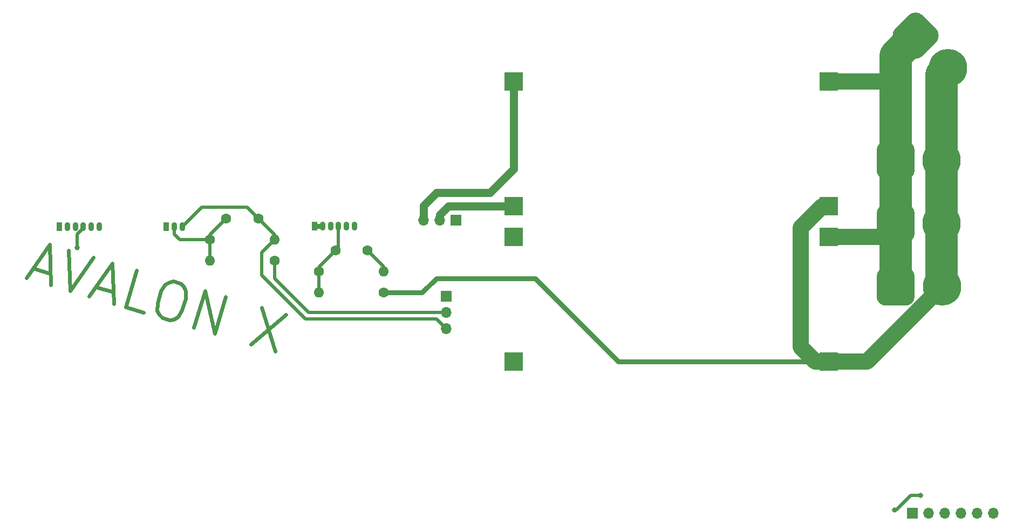
<source format=gbr>
%TF.GenerationSoftware,KiCad,Pcbnew,7.0.0*%
%TF.CreationDate,2023-03-08T15:38:49-05:00*%
%TF.ProjectId,right-side,72696768-742d-4736-9964-652e6b696361,rev?*%
%TF.SameCoordinates,Original*%
%TF.FileFunction,Copper,L1,Top*%
%TF.FilePolarity,Positive*%
%FSLAX46Y46*%
G04 Gerber Fmt 4.6, Leading zero omitted, Abs format (unit mm)*
G04 Created by KiCad (PCBNEW 7.0.0) date 2023-03-08 15:38:49*
%MOMM*%
%LPD*%
G01*
G04 APERTURE LIST*
G04 Aperture macros list*
%AMRoundRect*
0 Rectangle with rounded corners*
0 $1 Rounding radius*
0 $2 $3 $4 $5 $6 $7 $8 $9 X,Y pos of 4 corners*
0 Add a 4 corners polygon primitive as box body*
4,1,4,$2,$3,$4,$5,$6,$7,$8,$9,$2,$3,0*
0 Add four circle primitives for the rounded corners*
1,1,$1+$1,$2,$3*
1,1,$1+$1,$4,$5*
1,1,$1+$1,$6,$7*
1,1,$1+$1,$8,$9*
0 Add four rect primitives between the rounded corners*
20,1,$1+$1,$2,$3,$4,$5,0*
20,1,$1+$1,$4,$5,$6,$7,0*
20,1,$1+$1,$6,$7,$8,$9,0*
20,1,$1+$1,$8,$9,$2,$3,0*%
G04 Aperture macros list end*
%ADD10C,0.625000*%
%TA.AperFunction,NonConductor*%
%ADD11C,0.625000*%
%TD*%
%TA.AperFunction,ComponentPad*%
%ADD12RoundRect,0.225000X-0.225000X-0.475000X0.225000X-0.475000X0.225000X0.475000X-0.225000X0.475000X0*%
%TD*%
%TA.AperFunction,ComponentPad*%
%ADD13O,0.900000X1.400000*%
%TD*%
%TA.AperFunction,ComponentPad*%
%ADD14C,1.600000*%
%TD*%
%TA.AperFunction,ComponentPad*%
%ADD15R,1.700000X1.700000*%
%TD*%
%TA.AperFunction,ComponentPad*%
%ADD16O,1.700000X1.700000*%
%TD*%
%TA.AperFunction,ComponentPad*%
%ADD17O,1.600000X1.600000*%
%TD*%
%TA.AperFunction,ComponentPad*%
%ADD18RoundRect,1.500000X-1.500000X-1.500000X1.500000X-1.500000X1.500000X1.500000X-1.500000X1.500000X0*%
%TD*%
%TA.AperFunction,ComponentPad*%
%ADD19C,6.000000*%
%TD*%
%TA.AperFunction,ComponentPad*%
%ADD20R,3.000000X3.000000*%
%TD*%
%TA.AperFunction,ComponentPad*%
%ADD21RoundRect,1.500000X-2.121320X0.000000X0.000000X-2.121320X2.121320X0.000000X0.000000X2.121320X0*%
%TD*%
%TA.AperFunction,ViaPad*%
%ADD22C,0.800000*%
%TD*%
%TA.AperFunction,Conductor*%
%ADD23C,2.540000*%
%TD*%
%TA.AperFunction,Conductor*%
%ADD24C,5.080000*%
%TD*%
%TA.AperFunction,Conductor*%
%ADD25C,0.762000*%
%TD*%
%TA.AperFunction,Conductor*%
%ADD26C,1.270000*%
%TD*%
%TA.AperFunction,Conductor*%
%ADD27C,0.508000*%
%TD*%
G04 APERTURE END LIST*
D10*
D11*
X76121520Y-103092953D02*
X78861005Y-103904425D01*
X75086739Y-104574349D02*
X78708471Y-99389462D01*
X78708471Y-99389462D02*
X78922018Y-105710411D01*
X81721904Y-100282081D02*
X81935452Y-106603030D01*
X81935452Y-106603030D02*
X85557183Y-101418143D01*
X85983665Y-106014253D02*
X88723150Y-106825726D01*
X84948885Y-107495650D02*
X88570616Y-102310762D01*
X88570616Y-102310762D02*
X88784164Y-108631711D01*
X93441288Y-110011214D02*
X90701803Y-109199742D01*
X90701803Y-109199742D02*
X92405895Y-103446824D01*
X98158814Y-105150916D02*
X99254608Y-105475505D01*
X99254608Y-105475505D02*
X99721358Y-105911748D01*
X99721358Y-105911748D02*
X100106960Y-106621939D01*
X100106960Y-106621939D02*
X100056320Y-107798880D01*
X100056320Y-107798880D02*
X99488289Y-109716520D01*
X99488289Y-109716520D02*
X98889751Y-110731167D01*
X98889751Y-110731167D02*
X98179560Y-111116769D01*
X98179560Y-111116769D02*
X97550516Y-111228423D01*
X97550516Y-111228423D02*
X96454722Y-110903834D01*
X96454722Y-110903834D02*
X95987972Y-110467591D01*
X95987972Y-110467591D02*
X95602370Y-109757400D01*
X95602370Y-109757400D02*
X95653010Y-108580458D01*
X95653010Y-108580458D02*
X96221041Y-106662819D01*
X96221041Y-106662819D02*
X96819578Y-105648172D01*
X96819578Y-105648172D02*
X97529770Y-105262570D01*
X97529770Y-105262570D02*
X98158814Y-105150916D01*
X101385794Y-112364484D02*
X103089886Y-106611566D01*
X103089886Y-106611566D02*
X104673176Y-113338251D01*
X104673176Y-113338251D02*
X106377268Y-107585333D01*
X112020607Y-109256966D02*
X114151794Y-116145946D01*
X115855886Y-110393027D02*
X110316515Y-115009884D01*
D12*
%TO.P,J8,1,Pin_1*%
%TO.N,Net-(J8-Pin_1)*%
X80264000Y-96520000D03*
D13*
%TO.P,J8,2,Pin_2*%
%TO.N,Net-(J8-Pin_2)*%
X81513999Y-96519999D03*
%TO.P,J8,3,Pin_3*%
%TO.N,Net-(J8-Pin_3)*%
X82763999Y-96519999D03*
%TO.P,J8,4,Pin_4*%
%TO.N,Net-(J8-Pin_4)*%
X84013999Y-96519999D03*
%TO.P,J8,5,Pin_5*%
%TO.N,Net-(J8-Pin_5)*%
X85263999Y-96519999D03*
%TO.P,J8,6,Pin_6*%
%TO.N,Net-(J8-Pin_6)*%
X86513999Y-96519999D03*
%TD*%
D14*
%TO.P,C1,1*%
%TO.N,Net-(J7-Pin_2)*%
X106466000Y-95250000D03*
%TO.P,C1,2*%
%TO.N,Net-(J6-Pin_3)*%
X111466000Y-95250000D03*
%TD*%
%TO.P,C2,1*%
%TO.N,Net-(J10-Pin_4)*%
X123601000Y-100322000D03*
%TO.P,C2,2*%
%TO.N,GND*%
X128601000Y-100322000D03*
%TD*%
D15*
%TO.P,J6,1,Pin_1*%
%TO.N,unconnected-(J6-Pin_1-Pad1)*%
X140969999Y-107441999D03*
D16*
%TO.P,J6,2,Pin_2*%
%TO.N,Net-(J6-Pin_2)*%
X140969999Y-109981999D03*
%TO.P,J6,3,Pin_3*%
%TO.N,Net-(J6-Pin_3)*%
X140969999Y-112521999D03*
%TD*%
D15*
%TO.P,J4,1,Pin_1*%
%TO.N,unconnected-(J4-Pin_1-Pad1)*%
X142478999Y-95503999D03*
D16*
%TO.P,J4,2,Pin_2*%
%TO.N,Net-(A1-VOUT)*%
X139938999Y-95503999D03*
%TO.P,J4,3,Pin_3*%
%TO.N,GND*%
X137398999Y-95503999D03*
%TD*%
D14*
%TO.P,R4,1*%
%TO.N,+BATT*%
X131141000Y-106926000D03*
D17*
%TO.P,R4,2*%
%TO.N,Net-(J10-Pin_4)*%
X120980999Y-106925999D03*
%TD*%
D18*
%TO.P,J2,1,Pin_1*%
%TO.N,GND*%
X211494000Y-86128000D03*
D19*
%TO.P,J2,2,Pin_2*%
%TO.N,+BATT*%
X218694000Y-86128000D03*
%TD*%
D12*
%TO.P,J7,1,Pin_1*%
%TO.N,unconnected-(J7-Pin_1-Pad1)*%
X97068000Y-96520000D03*
D13*
%TO.P,J7,2,Pin_2*%
%TO.N,Net-(J7-Pin_2)*%
X98317999Y-96519999D03*
%TO.P,J7,3,Pin_3*%
%TO.N,Net-(J6-Pin_3)*%
X99567999Y-96519999D03*
%TD*%
D20*
%TO.P,A3,1,VIN*%
%TO.N,+BATT*%
X201025999Y-117699999D03*
%TO.P,A3,2,GND*%
%TO.N,GND*%
X201025999Y-98199999D03*
%TO.P,A3,3,GND*%
X151525999Y-98199999D03*
%TO.P,A3,4,VOUT*%
%TO.N,Net-(A3-VOUT)*%
X151525999Y-117699999D03*
%TD*%
%TO.P,A1,1,VIN*%
%TO.N,+BATT*%
X201025999Y-93315999D03*
%TO.P,A1,2,GND*%
%TO.N,GND*%
X201025999Y-73815999D03*
%TO.P,A1,3,GND*%
X151525999Y-73815999D03*
%TO.P,A1,4,VOUT*%
%TO.N,Net-(A1-VOUT)*%
X151525999Y-93315999D03*
%TD*%
D15*
%TO.P,J9,1,Pin_1*%
%TO.N,Net-(J8-Pin_6)*%
X214121999Y-141477999D03*
D16*
%TO.P,J9,2,Pin_2*%
%TO.N,Net-(J8-Pin_4)*%
X216661999Y-141477999D03*
%TO.P,J9,3,Pin_3*%
%TO.N,Net-(J8-Pin_1)*%
X219201999Y-141477999D03*
%TO.P,J9,4,Pin_4*%
%TO.N,Net-(J8-Pin_2)*%
X221741999Y-141477999D03*
%TO.P,J9,5,Pin_5*%
%TO.N,Net-(J8-Pin_3)*%
X224281999Y-141477999D03*
%TO.P,J9,6,Pin_6*%
%TO.N,Net-(J8-Pin_5)*%
X226821999Y-141477999D03*
%TD*%
D14*
%TO.P,R2,1*%
%TO.N,Net-(J7-Pin_2)*%
X103886000Y-98552000D03*
D17*
%TO.P,R2,2*%
%TO.N,Net-(J6-Pin_3)*%
X114045999Y-98551999D03*
%TD*%
D12*
%TO.P,J10,1,Pin_1*%
%TO.N,Net-(A3-VOUT)*%
X120319000Y-96512000D03*
D13*
%TO.P,J10,2,Pin_2*%
X121568999Y-96511999D03*
%TO.P,J10,3,Pin_3*%
%TO.N,unconnected-(J10-Pin_3-Pad3)*%
X122818999Y-96511999D03*
%TO.P,J10,4,Pin_4*%
%TO.N,Net-(J10-Pin_4)*%
X124068999Y-96511999D03*
%TO.P,J10,5,Pin_5*%
%TO.N,GND*%
X125318999Y-96511999D03*
%TO.P,J10,6,Pin_6*%
X126568999Y-96511999D03*
%TD*%
D18*
%TO.P,J3,1,Pin_1*%
%TO.N,GND*%
X211494000Y-96034000D03*
D19*
%TO.P,J3,2,Pin_2*%
%TO.N,+BATT*%
X218694000Y-96034000D03*
%TD*%
D14*
%TO.P,R3,1*%
%TO.N,Net-(J10-Pin_4)*%
X120981000Y-103624000D03*
D17*
%TO.P,R3,2*%
%TO.N,GND*%
X131140999Y-103623999D03*
%TD*%
D18*
%TO.P,J5,1,Pin_1*%
%TO.N,GND*%
X211538000Y-105940000D03*
D19*
%TO.P,J5,2,Pin_2*%
%TO.N,+BATT*%
X218738000Y-105940000D03*
%TD*%
D14*
%TO.P,R1,1*%
%TO.N,Net-(J6-Pin_2)*%
X114046000Y-101854000D03*
D17*
%TO.P,R1,2*%
%TO.N,Net-(J7-Pin_2)*%
X103885999Y-101853999D03*
%TD*%
D21*
%TO.P,J1,1,Pin_1*%
%TO.N,GND*%
X214630000Y-66592000D03*
D19*
%TO.P,J1,2,Pin_2*%
%TO.N,+BATT*%
X219721169Y-71683169D03*
%TD*%
D22*
%TO.N,Net-(J8-Pin_4)*%
X83058000Y-99822000D03*
%TO.N,Net-(J8-Pin_5)*%
X215392000Y-138684000D03*
X211328000Y-140970000D03*
%TD*%
D23*
%TO.N,+BATT*%
X206978000Y-117700000D02*
X201026000Y-117700000D01*
X196596000Y-115414000D02*
X198882000Y-117700000D01*
D24*
X218694000Y-72710338D02*
X219721169Y-71683169D01*
D23*
X218738000Y-105940000D02*
X206978000Y-117700000D01*
D25*
X154940000Y-104648000D02*
X167992000Y-117700000D01*
D23*
X201026000Y-93316000D02*
X199970000Y-93316000D01*
X196596000Y-96690000D02*
X196596000Y-115414000D01*
X199970000Y-93316000D02*
X196596000Y-96690000D01*
D24*
X218694000Y-105896000D02*
X218738000Y-105940000D01*
D25*
X139446000Y-104648000D02*
X154940000Y-104648000D01*
D24*
X218694000Y-86128000D02*
X218694000Y-105896000D01*
D25*
X167992000Y-117700000D02*
X201026000Y-117700000D01*
D24*
X218694000Y-86128000D02*
X218694000Y-72710338D01*
D25*
X131141000Y-106926000D02*
X137168000Y-106926000D01*
X137168000Y-106926000D02*
X139446000Y-104648000D01*
D23*
X198882000Y-117700000D02*
X201026000Y-117700000D01*
D24*
%TO.N,GND*%
X211494000Y-69728000D02*
X214630000Y-66592000D01*
D23*
X209328000Y-98200000D02*
X211494000Y-96034000D01*
D26*
X151526000Y-87488000D02*
X147828000Y-91186000D01*
X147828000Y-91186000D02*
X139446000Y-91186000D01*
D24*
X211538000Y-105940000D02*
X211538000Y-86172000D01*
D26*
X151526000Y-73816000D02*
X151526000Y-87488000D01*
D23*
X201026000Y-98200000D02*
X209328000Y-98200000D01*
D27*
X131141000Y-102862000D02*
X128601000Y-100322000D01*
D26*
X139446000Y-91186000D02*
X137399000Y-93233000D01*
D23*
X201026000Y-73816000D02*
X211338000Y-73816000D01*
D24*
X211538000Y-86172000D02*
X211494000Y-86128000D01*
X211494000Y-86128000D02*
X211494000Y-73660000D01*
D23*
X211338000Y-73816000D02*
X211494000Y-73660000D01*
D24*
X211494000Y-73660000D02*
X211494000Y-69728000D01*
D27*
X131141000Y-103624000D02*
X131141000Y-102862000D01*
D26*
X137399000Y-93233000D02*
X137399000Y-95504000D01*
%TO.N,Net-(A1-VOUT)*%
X141297000Y-93316000D02*
X139939000Y-94674000D01*
X151526000Y-93316000D02*
X141297000Y-93316000D01*
X139939000Y-94674000D02*
X139939000Y-95504000D01*
D25*
%TO.N,Net-(A3-VOUT)*%
X120319000Y-96512000D02*
X121569000Y-96512000D01*
D27*
%TO.N,Net-(J7-Pin_2)*%
X103886000Y-98552000D02*
X99142000Y-98552000D01*
X103886000Y-97830000D02*
X106466000Y-95250000D01*
X103886000Y-101854000D02*
X103886000Y-98552000D01*
X98318000Y-97728000D02*
X98318000Y-96520000D01*
X99142000Y-98552000D02*
X98318000Y-97728000D01*
X103886000Y-98552000D02*
X103886000Y-97830000D01*
%TO.N,Net-(J6-Pin_3)*%
X114046000Y-97830000D02*
X111466000Y-95250000D01*
X112014000Y-104140000D02*
X112014000Y-100584000D01*
X114046000Y-98552000D02*
X114046000Y-97830000D01*
X139446000Y-110998000D02*
X118872000Y-110998000D01*
X102616000Y-93472000D02*
X109688000Y-93472000D01*
X109688000Y-93472000D02*
X111466000Y-95250000D01*
X99568000Y-96520000D02*
X102616000Y-93472000D01*
X112014000Y-100584000D02*
X114046000Y-98552000D01*
X118872000Y-110998000D02*
X112014000Y-104140000D01*
X140970000Y-112522000D02*
X139446000Y-110998000D01*
%TO.N,Net-(J10-Pin_4)*%
X120981000Y-102942000D02*
X123601000Y-100322000D01*
X124069000Y-99854000D02*
X124069000Y-96512000D01*
X120981000Y-103624000D02*
X120981000Y-102942000D01*
X123601000Y-100322000D02*
X124069000Y-99854000D01*
X120981000Y-106926000D02*
X120981000Y-103624000D01*
%TO.N,Net-(J6-Pin_2)*%
X140970000Y-109982000D02*
X119380000Y-109982000D01*
X119380000Y-109982000D02*
X114046000Y-104648000D01*
X114046000Y-104648000D02*
X114046000Y-101854000D01*
%TO.N,Net-(J8-Pin_4)*%
X83058000Y-97754449D02*
X84014000Y-96798449D01*
X83058000Y-99822000D02*
X83058000Y-97754449D01*
X84014000Y-96798449D02*
X84014000Y-96520000D01*
%TO.N,Net-(J8-Pin_5)*%
X211582000Y-140970000D02*
X213868000Y-138684000D01*
X211328000Y-140970000D02*
X211582000Y-140970000D01*
X213868000Y-138684000D02*
X215392000Y-138684000D01*
%TD*%
M02*

</source>
